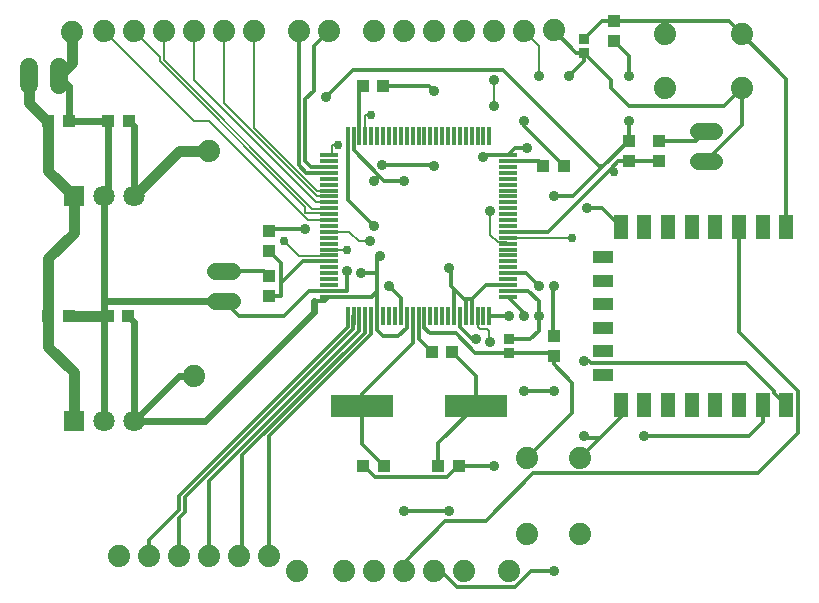
<source format=gbr>
G04 EAGLE Gerber RS-274X export*
G75*
%MOMM*%
%FSLAX34Y34*%
%LPD*%
%INTop Copper*%
%IPPOS*%
%AMOC8*
5,1,8,0,0,1.08239X$1,22.5*%
G01*
%ADD10R,0.900000X0.850000*%
%ADD11R,1.100000X1.000000*%
%ADD12R,0.300000X1.600000*%
%ADD13R,1.600000X0.300000*%
%ADD14C,1.422400*%
%ADD15C,1.524000*%
%ADD16C,1.879600*%
%ADD17R,1.000000X1.100000*%
%ADD18R,1.200000X2.000000*%
%ADD19R,1.700000X1.100000*%
%ADD20R,1.800000X1.800000*%
%ADD21C,1.800000*%
%ADD22R,5.334000X1.930400*%
%ADD23C,0.152400*%
%ADD24C,0.304800*%
%ADD25C,0.914400*%
%ADD26C,0.609600*%
%ADD27C,0.914400*%
%ADD28C,0.756400*%


D10*
X571500Y311700D03*
X571500Y323300D03*
X635000Y577300D03*
X635000Y565700D03*
D11*
X182000Y342900D03*
X199000Y342900D03*
X465700Y215900D03*
X448700Y215900D03*
X512200Y215900D03*
X529200Y215900D03*
X249800Y508000D03*
X232800Y508000D03*
X182000Y508000D03*
X199000Y508000D03*
X249057Y343081D03*
X232057Y343081D03*
D12*
X435300Y343100D03*
X440300Y343100D03*
X445300Y343100D03*
X450300Y343100D03*
X455300Y343100D03*
X460300Y343100D03*
X465300Y343100D03*
X470300Y343100D03*
X475300Y343100D03*
X480300Y343100D03*
X485300Y343100D03*
X490300Y343100D03*
X495300Y343100D03*
X500300Y343100D03*
X505300Y343100D03*
X510300Y343100D03*
X515300Y343100D03*
X520300Y343100D03*
X525300Y343100D03*
X530300Y343100D03*
X535300Y343100D03*
X540300Y343100D03*
X545300Y343100D03*
X550300Y343100D03*
X555300Y343100D03*
D13*
X571300Y359100D03*
X571300Y364100D03*
X571300Y369100D03*
X571300Y374100D03*
X571300Y379100D03*
X571300Y384100D03*
X571300Y389100D03*
X571300Y394100D03*
X571300Y399100D03*
X571300Y404100D03*
X571300Y409100D03*
X571300Y414100D03*
X571300Y419100D03*
X571300Y424100D03*
X571300Y429100D03*
X571300Y434100D03*
X571300Y439100D03*
X571300Y444100D03*
X571300Y449100D03*
X571300Y454100D03*
X571300Y459100D03*
X571300Y464100D03*
X571300Y469100D03*
X571300Y474100D03*
X571300Y479100D03*
D12*
X555300Y495100D03*
X550300Y495100D03*
X545300Y495100D03*
X540300Y495100D03*
X535300Y495100D03*
X530300Y495100D03*
X525300Y495100D03*
X520300Y495100D03*
X515300Y495100D03*
X510300Y495100D03*
X505300Y495100D03*
X500300Y495100D03*
X495300Y495100D03*
X490300Y495100D03*
X485300Y495100D03*
X480300Y495100D03*
X475300Y495100D03*
X470300Y495100D03*
X465300Y495100D03*
X460300Y495100D03*
X455300Y495100D03*
X450300Y495100D03*
X445300Y495100D03*
X440300Y495100D03*
X435300Y495100D03*
D13*
X419300Y479100D03*
X419300Y474100D03*
X419300Y469100D03*
X419300Y464100D03*
X419300Y459100D03*
X419300Y454100D03*
X419300Y449100D03*
X419300Y444100D03*
X419300Y439100D03*
X419300Y434100D03*
X419300Y429100D03*
X419300Y424100D03*
X419300Y419100D03*
X419300Y414100D03*
X419300Y409100D03*
X419300Y404100D03*
X419300Y399100D03*
X419300Y394100D03*
X419300Y389100D03*
X419300Y384100D03*
X419300Y379100D03*
X419300Y374100D03*
X419300Y369100D03*
X419300Y364100D03*
X419300Y359100D03*
D14*
X337312Y355600D02*
X323088Y355600D01*
X323088Y381000D02*
X337312Y381000D01*
X731549Y474258D02*
X745773Y474258D01*
X745773Y499658D02*
X731549Y499658D01*
D15*
X165100Y538480D02*
X165100Y553720D01*
X190500Y553720D02*
X190500Y538480D01*
D16*
X431800Y127000D03*
X457200Y127000D03*
X482600Y127000D03*
X508000Y127000D03*
X533400Y127000D03*
X393700Y584200D03*
X419100Y584200D03*
X355600Y584200D03*
X330200Y584200D03*
X304800Y584200D03*
X279400Y584200D03*
X254000Y584200D03*
X228600Y584200D03*
X241300Y139700D03*
X266700Y139700D03*
X292100Y139700D03*
X317500Y139700D03*
X342900Y139700D03*
X368300Y139700D03*
X457200Y584200D03*
X482600Y584200D03*
X508000Y584200D03*
X533400Y584200D03*
X558800Y584200D03*
X584200Y584200D03*
D17*
X660400Y592700D03*
X660400Y575700D03*
D11*
X506351Y312398D03*
X523351Y312398D03*
D17*
X673100Y474100D03*
X673100Y491100D03*
X698500Y474100D03*
X698500Y491100D03*
X368300Y397900D03*
X368300Y414900D03*
X368300Y376800D03*
X368300Y359800D03*
X609600Y309000D03*
X609600Y326000D03*
D16*
X632206Y223012D03*
X632206Y157988D03*
X586994Y223012D03*
X586994Y157988D03*
X769112Y536194D03*
X704088Y536194D03*
X769112Y581406D03*
X704088Y581406D03*
D18*
X806600Y417900D03*
X786600Y417900D03*
X766600Y417900D03*
X746600Y417900D03*
X726600Y417900D03*
X706600Y417900D03*
X686600Y417900D03*
X666600Y417900D03*
X666600Y267900D03*
X686600Y267900D03*
X706600Y267900D03*
X726600Y267900D03*
X746600Y267900D03*
X766600Y267900D03*
X786600Y267900D03*
X806600Y267900D03*
D19*
X651600Y392900D03*
X651600Y372900D03*
X651600Y352900D03*
X651600Y332900D03*
X651600Y312900D03*
X651600Y292900D03*
D20*
X203200Y254000D03*
D21*
X228600Y254000D03*
X254000Y254000D03*
D20*
X203200Y444500D03*
D21*
X228600Y444500D03*
X254000Y444500D03*
D22*
X543560Y266700D03*
X447040Y266700D03*
D16*
X317500Y482600D03*
X201797Y583669D03*
X609860Y584629D03*
X392461Y126909D03*
D11*
X448132Y537586D03*
X465132Y537586D03*
X601100Y469900D03*
X618100Y469900D03*
D16*
X571500Y127000D03*
X304800Y292100D03*
D23*
X419300Y429100D02*
X418086Y430314D01*
X399497Y430314D01*
X276352Y561848D02*
X254000Y584200D01*
X276352Y561848D02*
X276352Y558349D01*
X399497Y435204D02*
X399497Y430314D01*
X399497Y435204D02*
X276352Y558349D01*
X228600Y584200D02*
X304800Y508000D01*
X317500Y508000D01*
X401400Y424100D02*
X419300Y424100D01*
X401400Y424100D02*
X317500Y508000D01*
D24*
X571300Y379100D02*
X586100Y379100D01*
X596900Y368300D01*
D25*
X596900Y368300D03*
X609600Y127000D03*
D24*
X590538Y127000D01*
X514362Y127000D02*
X508000Y127000D01*
X577076Y113538D02*
X590538Y127000D01*
X527824Y113538D02*
X514362Y127000D01*
X527824Y113538D02*
X577076Y113538D01*
D26*
X254000Y254000D02*
X254000Y338138D01*
X249057Y343081D01*
X254000Y254000D02*
X279400Y254000D01*
X314200Y254000D01*
X406400Y346200D01*
X406400Y355600D01*
D24*
X650240Y434340D02*
X665480Y419100D01*
X650240Y434340D02*
X637540Y434340D01*
X665480Y419100D02*
X666600Y417900D01*
D25*
X637540Y434340D03*
X586740Y485140D03*
D24*
X460300Y363636D02*
X460300Y343100D01*
X460300Y363636D02*
X460300Y381000D01*
X460300Y391000D01*
X463000Y393700D01*
D25*
X463000Y393700D03*
X520700Y383836D03*
D24*
X522600Y381936D02*
X522600Y368300D01*
X522600Y381936D02*
X520700Y383836D01*
X419300Y359100D02*
X415800Y355600D01*
X406400Y355600D01*
X419300Y359100D02*
X455764Y359100D01*
X460300Y363636D01*
X460300Y343100D02*
X460300Y330649D01*
X465300Y325649D01*
X478049Y325649D01*
X485300Y332900D02*
X485300Y343100D01*
X485300Y332900D02*
X478049Y325649D01*
X525300Y365600D02*
X533663Y357237D01*
X540300Y357237D01*
X540300Y343100D01*
X525300Y343100D02*
X525300Y365600D01*
X522600Y368300D01*
X552163Y369100D02*
X571300Y369100D01*
X552163Y369100D02*
X540300Y357237D01*
X551544Y479100D02*
X571300Y479100D01*
X551544Y479100D02*
X549709Y477266D01*
D25*
X549709Y477266D03*
D24*
X435300Y495100D02*
X435300Y441000D01*
X457200Y419100D01*
D25*
X457200Y419100D03*
X464566Y471068D03*
D24*
X506832Y471068D01*
X508000Y469900D01*
D25*
X508000Y469900D03*
D24*
X535300Y355600D02*
X535300Y343100D01*
X535300Y355600D02*
X533663Y357237D01*
X571300Y479100D02*
X577340Y485140D01*
X586740Y485140D01*
D25*
X446544Y379264D03*
D24*
X458564Y379264D01*
X460300Y381000D01*
D26*
X292100Y292100D02*
X254000Y254000D01*
X292100Y292100D02*
X304800Y292100D01*
D25*
X555593Y320707D03*
D23*
X545498Y342902D02*
X545300Y343100D01*
X545498Y342902D02*
X545498Y333732D01*
X547432Y331798D01*
X553466Y331798D01*
X555107Y330157D01*
X555107Y321193D01*
X555593Y320707D01*
D24*
X658000Y542700D02*
X635000Y565700D01*
X673100Y520700D02*
X753618Y520700D01*
X769112Y536194D01*
D26*
X232057Y343081D02*
X228600Y339624D01*
X228600Y254000D01*
X228600Y355600D02*
X228600Y444500D01*
X228600Y355600D02*
X228600Y346538D01*
X232057Y343081D01*
X232800Y448700D02*
X232800Y508000D01*
X232800Y448700D02*
X228600Y444500D01*
X232800Y508000D02*
X199000Y508000D01*
X199000Y537600D01*
X190500Y546100D01*
D24*
X402200Y364100D02*
X419300Y364100D01*
X402200Y364100D02*
X381000Y342900D01*
X342900Y342900D01*
X330200Y355600D01*
D25*
X434412Y381000D03*
D24*
X434412Y364100D02*
X419300Y364100D01*
X434412Y364100D02*
X434412Y381000D01*
X769112Y504710D02*
X769112Y536194D01*
X769112Y504710D02*
X738661Y474258D01*
X666600Y267900D02*
X666600Y257406D01*
X649097Y239903D01*
X632206Y223012D01*
X590000Y323300D02*
X571500Y323300D01*
X596900Y330200D02*
X596900Y342900D01*
X596900Y330200D02*
X590000Y323300D01*
D25*
X596900Y342900D03*
X635000Y241300D03*
D24*
X636397Y239903D01*
X649097Y239903D01*
D26*
X330200Y355600D02*
X228600Y355600D01*
D27*
X231876Y342900D02*
X199000Y342900D01*
X231876Y342900D02*
X232057Y343081D01*
D24*
X596900Y342900D02*
X596900Y355600D01*
D25*
X558800Y215900D03*
D24*
X529200Y215900D01*
X480300Y343100D02*
X480300Y357900D01*
X469900Y368300D01*
D25*
X469900Y368300D03*
D24*
X440300Y483121D02*
X440300Y495100D01*
X466221Y457200D02*
X482600Y457200D01*
D25*
X482600Y457200D03*
X508000Y533400D03*
D24*
X440300Y483121D02*
X461711Y461711D01*
X466221Y457200D01*
X449453Y215900D02*
X448700Y215900D01*
X528447Y215900D02*
X529200Y215900D01*
X458517Y206836D02*
X449453Y215900D01*
X519383Y206836D02*
X528447Y215900D01*
X519383Y206836D02*
X458517Y206836D01*
X635000Y558800D02*
X635000Y565700D01*
X635000Y558800D02*
X622300Y546100D01*
D25*
X622300Y546100D03*
D24*
X588400Y364100D02*
X571300Y364100D01*
X588400Y364100D02*
X596900Y355600D01*
D25*
X457200Y457200D03*
D24*
X461711Y461711D01*
X461711Y461711D01*
X658000Y535800D02*
X673100Y520700D01*
X658000Y535800D02*
X658000Y542700D01*
X628789Y565700D02*
X609860Y584629D01*
X628789Y565700D02*
X635000Y565700D01*
X503814Y537586D02*
X465132Y537586D01*
X503814Y537586D02*
X508000Y533400D01*
X584200Y503800D02*
X618100Y469900D01*
X584200Y503800D02*
X584200Y508000D01*
D25*
X584200Y508000D03*
D27*
X201797Y557397D02*
X190500Y546100D01*
X201797Y557397D02*
X201797Y583669D01*
X203200Y295054D02*
X203200Y254000D01*
X203200Y295054D02*
X181680Y316574D01*
X181680Y330200D01*
X181680Y342580D01*
X182000Y342900D01*
X203200Y413200D02*
X203200Y444500D01*
X203200Y413200D02*
X181613Y391613D01*
X181613Y330267D01*
X181680Y330200D01*
X165100Y523240D02*
X165100Y546100D01*
X182000Y508000D02*
X182000Y465700D01*
X203200Y444500D01*
X180340Y508000D02*
X165100Y523240D01*
X180340Y508000D02*
X182000Y508000D01*
X254000Y444500D02*
X292100Y482600D01*
X317500Y482600D01*
D26*
X254000Y503800D02*
X249800Y508000D01*
X254000Y503800D02*
X254000Y444500D01*
D24*
X435300Y343100D02*
X435300Y333700D01*
X292100Y178768D02*
X266700Y153368D01*
X266700Y139700D01*
X292100Y190500D02*
X435300Y333700D01*
X292100Y190500D02*
X292100Y178768D01*
X439872Y342672D02*
X440300Y343100D01*
X439872Y342672D02*
X439872Y331806D01*
X297424Y189359D01*
X297424Y177034D02*
X292100Y171709D01*
X292100Y139700D01*
X297424Y177034D02*
X297424Y189359D01*
X444872Y342672D02*
X445300Y343100D01*
X317500Y202968D02*
X317500Y139700D01*
X444872Y330340D02*
X444872Y342672D01*
X444872Y330340D02*
X317500Y202968D01*
X449872Y342672D02*
X450300Y343100D01*
X449872Y342672D02*
X449872Y328875D01*
X346249Y225251D01*
X346249Y143049D01*
X342900Y139700D01*
X455300Y327451D02*
X455300Y343100D01*
X368725Y240876D02*
X368725Y158604D01*
X368300Y158179D01*
X368300Y139700D01*
X368725Y240876D02*
X455300Y327451D01*
D23*
X570086Y405314D02*
X571300Y404100D01*
X570086Y405314D02*
X562353Y405314D01*
D25*
X558800Y520700D03*
D23*
X558800Y542544D01*
D25*
X558800Y542544D03*
X596900Y546100D03*
D23*
X596900Y571500D01*
X584200Y584200D01*
D25*
X556188Y431800D03*
D23*
X556188Y411479D01*
X562353Y405314D01*
X571500Y408940D02*
X624840Y408940D01*
X571500Y408940D02*
X571300Y409100D01*
D28*
X624840Y408940D03*
D24*
X673100Y474100D02*
X698500Y474100D01*
X604600Y414100D02*
X571300Y414100D01*
X664600Y474100D02*
X673100Y474100D01*
X657860Y467360D02*
X604600Y414100D01*
X657860Y467360D02*
X664600Y474100D01*
D23*
X657860Y467360D02*
X660400Y464820D01*
D28*
X660400Y464820D03*
D23*
X434340Y398780D02*
X421640Y398780D01*
X419300Y399100D01*
D28*
X434340Y398780D03*
D23*
X419100Y393700D02*
X393700Y393700D01*
X381000Y406400D01*
X419100Y393700D02*
X419300Y394100D01*
D28*
X381000Y406400D03*
D23*
X355600Y502227D02*
X355600Y584200D01*
X419300Y449100D02*
X419056Y448856D01*
X408971Y448856D01*
X355600Y502227D01*
X409417Y444100D02*
X419300Y444100D01*
X330200Y523317D02*
X330200Y584200D01*
X330200Y523317D02*
X409417Y444100D01*
X419215Y439015D02*
X419300Y439100D01*
X419215Y439015D02*
X408081Y439015D01*
X304800Y542296D01*
X304800Y584200D01*
X419300Y434100D02*
X418891Y433691D01*
X405321Y433691D01*
X279400Y559612D01*
X279400Y584200D01*
D24*
X530300Y343100D02*
X530300Y333300D01*
X540396Y323204D02*
X543909Y323204D01*
D25*
X543909Y323204D03*
X482600Y177800D03*
D24*
X520700Y177800D01*
D25*
X520700Y177800D03*
D24*
X540396Y323204D02*
X530300Y333300D01*
X445300Y495100D02*
X445300Y534754D01*
X448132Y537586D01*
X571300Y474100D02*
X596900Y474100D01*
X601100Y469900D01*
X660400Y592700D02*
X757818Y592700D01*
X769112Y581406D01*
X660400Y592700D02*
X650400Y592700D01*
X635000Y577300D01*
X806600Y543918D02*
X806600Y417900D01*
X806600Y543918D02*
X769112Y581406D01*
X419300Y389100D02*
X397600Y389100D01*
X378900Y370400D01*
X378900Y370840D02*
X378900Y387300D01*
X378900Y370840D02*
X378900Y370400D01*
X378900Y359800D01*
X368300Y359800D01*
X378900Y387300D02*
X368300Y397900D01*
D23*
X378460Y370840D02*
X378900Y370840D01*
X378460Y370840D02*
X378900Y370400D01*
D24*
X406400Y571500D02*
X419100Y584200D01*
X406400Y571500D02*
X406400Y533400D01*
X404274Y469100D02*
X419300Y469100D01*
X404274Y469100D02*
X399600Y473774D01*
X399600Y526600D01*
X406400Y533400D01*
X393700Y584200D02*
X393700Y470316D01*
X399916Y464100D01*
X419300Y464100D01*
X660400Y575700D02*
X673100Y563000D01*
X673100Y546100D01*
D25*
X673100Y546100D03*
X673100Y508000D03*
D24*
X673100Y491100D01*
X651070Y469070D01*
X626500Y444500D01*
X609600Y444500D01*
D25*
X609600Y444500D03*
X609600Y368300D03*
D24*
X398780Y416560D02*
X368300Y416560D01*
X416560Y528320D02*
X439420Y551180D01*
X566420Y551180D01*
X647700Y469900D01*
X650240Y469900D01*
X368300Y416560D02*
X368300Y414900D01*
X650240Y469900D02*
X651070Y469070D01*
D25*
X398780Y416560D03*
X416560Y528320D03*
D24*
X609092Y367411D02*
X609092Y326898D01*
X609600Y326000D01*
X609092Y367411D02*
X609600Y368300D01*
X500300Y343100D02*
X500300Y332441D01*
X504676Y328065D02*
X526835Y328065D01*
X543200Y311700D01*
X571500Y311700D01*
X504676Y328065D02*
X500300Y332441D01*
X571500Y311700D02*
X606900Y311700D01*
X609600Y309000D01*
X609600Y301888D02*
X625094Y286394D01*
X609600Y301888D02*
X609600Y309000D01*
X625094Y286394D02*
X625094Y261112D01*
X586994Y223012D01*
D23*
X449580Y495300D02*
X449580Y513080D01*
X454660Y513080D01*
X449580Y495300D02*
X450300Y495100D01*
D28*
X454660Y513080D03*
D23*
X421640Y487680D02*
X421640Y480060D01*
X421640Y487680D02*
X426720Y487680D01*
X421640Y480060D02*
X419300Y479100D01*
D28*
X426720Y487680D03*
D25*
X454364Y406400D03*
D23*
X436800Y414100D02*
X419300Y414100D01*
X436800Y414100D02*
X444500Y406400D01*
X454364Y406400D01*
D24*
X495300Y343100D02*
X495300Y323449D01*
X506351Y312398D01*
X490300Y320153D02*
X490300Y343100D01*
X490300Y320153D02*
X447040Y276893D01*
X447040Y266700D01*
X447040Y234560D02*
X465700Y215900D01*
X447040Y234560D02*
X447040Y266700D01*
X543560Y266700D02*
X543560Y292189D01*
X523351Y312398D01*
X543560Y266700D02*
X512200Y235340D01*
X512200Y215900D01*
X698500Y491100D02*
X730102Y491100D01*
X738661Y499658D01*
X364100Y381000D02*
X330200Y381000D01*
X364100Y381000D02*
X368300Y376800D01*
X786600Y267900D02*
X786600Y253200D01*
X774700Y241300D01*
X685800Y241300D01*
D25*
X685800Y241300D03*
X571500Y342900D03*
D24*
X556064Y342900D01*
X555864Y343100D01*
X796664Y277836D02*
X806600Y267900D01*
X796664Y277836D02*
X796664Y279583D01*
X641417Y303336D02*
X639953Y304800D01*
X635000Y304800D01*
X772911Y303336D02*
X796664Y279583D01*
X772911Y303336D02*
X641417Y303336D01*
D25*
X635000Y304800D03*
X609600Y279400D03*
D24*
X584200Y279400D01*
D25*
X584200Y279400D03*
X584200Y342900D03*
D24*
X584200Y345612D01*
X571300Y358512D01*
X482600Y133900D02*
X482600Y127000D01*
X816664Y243517D02*
X816664Y279583D01*
X517864Y169164D02*
X482600Y133900D01*
X517864Y169164D02*
X552184Y169164D01*
X766600Y329647D02*
X766600Y417900D01*
X766600Y329647D02*
X816664Y279583D01*
X592570Y209550D02*
X552184Y169164D01*
X782697Y209550D02*
X816664Y243517D01*
X782697Y209550D02*
X592570Y209550D01*
M02*

</source>
